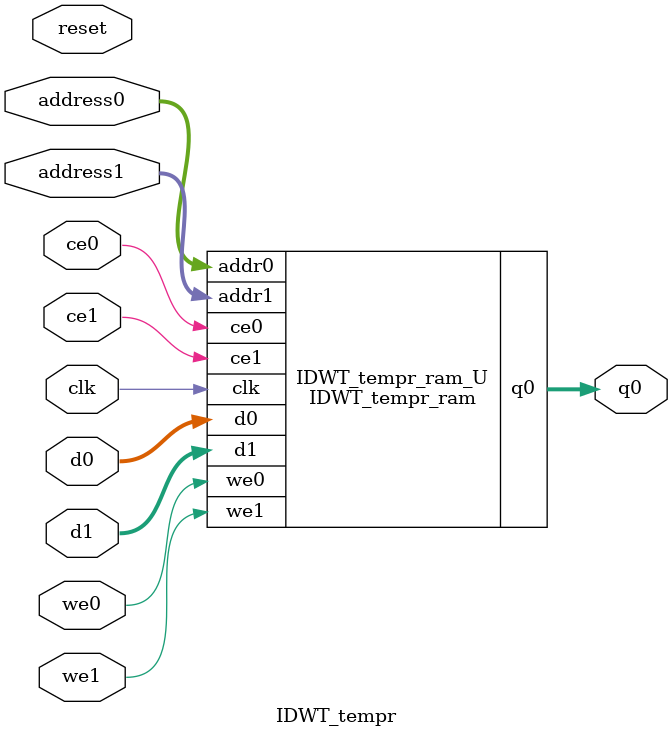
<source format=v>
`timescale 1 ns / 1 ps
module IDWT_tempr_ram (addr0, ce0, d0, we0, q0, addr1, ce1, d1, we1,  clk);

parameter DWIDTH = 32;
parameter AWIDTH = 8;
parameter MEM_SIZE = 160;

input[AWIDTH-1:0] addr0;
input ce0;
input[DWIDTH-1:0] d0;
input we0;
output reg[DWIDTH-1:0] q0;
input[AWIDTH-1:0] addr1;
input ce1;
input[DWIDTH-1:0] d1;
input we1;
input clk;

(* ram_style = "block" *)reg [DWIDTH-1:0] ram[0:MEM_SIZE-1];




always @(posedge clk)  
begin 
    if (ce0) 
    begin
        if (we0) 
        begin 
            ram[addr0] <= d0; 
        end 
        q0 <= ram[addr0];
    end
end


always @(posedge clk)  
begin 
    if (ce1) 
    begin
        if (we1) 
        begin 
            ram[addr1] <= d1; 
        end 
    end
end


endmodule

`timescale 1 ns / 1 ps
module IDWT_tempr(
    reset,
    clk,
    address0,
    ce0,
    we0,
    d0,
    q0,
    address1,
    ce1,
    we1,
    d1);

parameter DataWidth = 32'd32;
parameter AddressRange = 32'd160;
parameter AddressWidth = 32'd8;
input reset;
input clk;
input[AddressWidth - 1:0] address0;
input ce0;
input we0;
input[DataWidth - 1:0] d0;
output[DataWidth - 1:0] q0;
input[AddressWidth - 1:0] address1;
input ce1;
input we1;
input[DataWidth - 1:0] d1;



IDWT_tempr_ram IDWT_tempr_ram_U(
    .clk( clk ),
    .addr0( address0 ),
    .ce0( ce0 ),
    .we0( we0 ),
    .d0( d0 ),
    .q0( q0 ),
    .addr1( address1 ),
    .ce1( ce1 ),
    .we1( we1 ),
    .d1( d1 ));

endmodule


</source>
